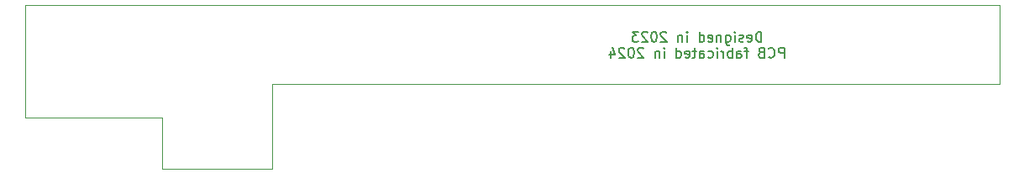
<source format=gbr>
%TF.GenerationSoftware,KiCad,Pcbnew,(6.0.8-1)-1*%
%TF.CreationDate,2023-12-09T20:57:06-06:00*%
%TF.ProjectId,RIO to STEMMA Dual,52494f20-746f-4205-9354-454d4d412044,rev?*%
%TF.SameCoordinates,Original*%
%TF.FileFunction,Profile,NP*%
%FSLAX46Y46*%
G04 Gerber Fmt 4.6, Leading zero omitted, Abs format (unit mm)*
G04 Created by KiCad (PCBNEW (6.0.8-1)-1) date 2023-12-09 20:57:06*
%MOMM*%
%LPD*%
G01*
G04 APERTURE LIST*
%ADD10C,0.150000*%
%TA.AperFunction,Profile*%
%ADD11C,0.100000*%
%TD*%
G04 APERTURE END LIST*
D10*
X144474390Y-54028780D02*
X144474390Y-53028780D01*
X144236295Y-53028780D01*
X144093438Y-53076400D01*
X143998200Y-53171638D01*
X143950580Y-53266876D01*
X143902961Y-53457352D01*
X143902961Y-53600209D01*
X143950580Y-53790685D01*
X143998200Y-53885923D01*
X144093438Y-53981161D01*
X144236295Y-54028780D01*
X144474390Y-54028780D01*
X143093438Y-53981161D02*
X143188676Y-54028780D01*
X143379152Y-54028780D01*
X143474390Y-53981161D01*
X143522009Y-53885923D01*
X143522009Y-53504971D01*
X143474390Y-53409733D01*
X143379152Y-53362114D01*
X143188676Y-53362114D01*
X143093438Y-53409733D01*
X143045819Y-53504971D01*
X143045819Y-53600209D01*
X143522009Y-53695447D01*
X142664866Y-53981161D02*
X142569628Y-54028780D01*
X142379152Y-54028780D01*
X142283914Y-53981161D01*
X142236295Y-53885923D01*
X142236295Y-53838304D01*
X142283914Y-53743066D01*
X142379152Y-53695447D01*
X142522009Y-53695447D01*
X142617247Y-53647828D01*
X142664866Y-53552590D01*
X142664866Y-53504971D01*
X142617247Y-53409733D01*
X142522009Y-53362114D01*
X142379152Y-53362114D01*
X142283914Y-53409733D01*
X141807723Y-54028780D02*
X141807723Y-53362114D01*
X141807723Y-53028780D02*
X141855342Y-53076400D01*
X141807723Y-53124019D01*
X141760104Y-53076400D01*
X141807723Y-53028780D01*
X141807723Y-53124019D01*
X140902961Y-53362114D02*
X140902961Y-54171638D01*
X140950580Y-54266876D01*
X140998200Y-54314495D01*
X141093438Y-54362114D01*
X141236295Y-54362114D01*
X141331533Y-54314495D01*
X140902961Y-53981161D02*
X140998200Y-54028780D01*
X141188676Y-54028780D01*
X141283914Y-53981161D01*
X141331533Y-53933542D01*
X141379152Y-53838304D01*
X141379152Y-53552590D01*
X141331533Y-53457352D01*
X141283914Y-53409733D01*
X141188676Y-53362114D01*
X140998200Y-53362114D01*
X140902961Y-53409733D01*
X140426771Y-53362114D02*
X140426771Y-54028780D01*
X140426771Y-53457352D02*
X140379152Y-53409733D01*
X140283914Y-53362114D01*
X140141057Y-53362114D01*
X140045819Y-53409733D01*
X139998200Y-53504971D01*
X139998200Y-54028780D01*
X139141057Y-53981161D02*
X139236295Y-54028780D01*
X139426771Y-54028780D01*
X139522009Y-53981161D01*
X139569628Y-53885923D01*
X139569628Y-53504971D01*
X139522009Y-53409733D01*
X139426771Y-53362114D01*
X139236295Y-53362114D01*
X139141057Y-53409733D01*
X139093438Y-53504971D01*
X139093438Y-53600209D01*
X139569628Y-53695447D01*
X138236295Y-54028780D02*
X138236295Y-53028780D01*
X138236295Y-53981161D02*
X138331533Y-54028780D01*
X138522009Y-54028780D01*
X138617247Y-53981161D01*
X138664866Y-53933542D01*
X138712485Y-53838304D01*
X138712485Y-53552590D01*
X138664866Y-53457352D01*
X138617247Y-53409733D01*
X138522009Y-53362114D01*
X138331533Y-53362114D01*
X138236295Y-53409733D01*
X136998200Y-54028780D02*
X136998200Y-53362114D01*
X136998200Y-53028780D02*
X137045819Y-53076400D01*
X136998200Y-53124019D01*
X136950580Y-53076400D01*
X136998200Y-53028780D01*
X136998200Y-53124019D01*
X136522009Y-53362114D02*
X136522009Y-54028780D01*
X136522009Y-53457352D02*
X136474390Y-53409733D01*
X136379152Y-53362114D01*
X136236295Y-53362114D01*
X136141057Y-53409733D01*
X136093438Y-53504971D01*
X136093438Y-54028780D01*
X134902961Y-53124019D02*
X134855342Y-53076400D01*
X134760104Y-53028780D01*
X134522009Y-53028780D01*
X134426771Y-53076400D01*
X134379152Y-53124019D01*
X134331533Y-53219257D01*
X134331533Y-53314495D01*
X134379152Y-53457352D01*
X134950580Y-54028780D01*
X134331533Y-54028780D01*
X133712485Y-53028780D02*
X133617247Y-53028780D01*
X133522009Y-53076400D01*
X133474390Y-53124019D01*
X133426771Y-53219257D01*
X133379152Y-53409733D01*
X133379152Y-53647828D01*
X133426771Y-53838304D01*
X133474390Y-53933542D01*
X133522009Y-53981161D01*
X133617247Y-54028780D01*
X133712485Y-54028780D01*
X133807723Y-53981161D01*
X133855342Y-53933542D01*
X133902961Y-53838304D01*
X133950580Y-53647828D01*
X133950580Y-53409733D01*
X133902961Y-53219257D01*
X133855342Y-53124019D01*
X133807723Y-53076400D01*
X133712485Y-53028780D01*
X132998200Y-53124019D02*
X132950580Y-53076400D01*
X132855342Y-53028780D01*
X132617247Y-53028780D01*
X132522009Y-53076400D01*
X132474390Y-53124019D01*
X132426771Y-53219257D01*
X132426771Y-53314495D01*
X132474390Y-53457352D01*
X133045819Y-54028780D01*
X132426771Y-54028780D01*
X132093438Y-53028780D02*
X131474390Y-53028780D01*
X131807723Y-53409733D01*
X131664866Y-53409733D01*
X131569628Y-53457352D01*
X131522009Y-53504971D01*
X131474390Y-53600209D01*
X131474390Y-53838304D01*
X131522009Y-53933542D01*
X131569628Y-53981161D01*
X131664866Y-54028780D01*
X131950580Y-54028780D01*
X132045819Y-53981161D01*
X132093438Y-53933542D01*
X146783914Y-55638780D02*
X146783914Y-54638780D01*
X146402961Y-54638780D01*
X146307723Y-54686400D01*
X146260104Y-54734019D01*
X146212485Y-54829257D01*
X146212485Y-54972114D01*
X146260104Y-55067352D01*
X146307723Y-55114971D01*
X146402961Y-55162590D01*
X146783914Y-55162590D01*
X145212485Y-55543542D02*
X145260104Y-55591161D01*
X145402961Y-55638780D01*
X145498200Y-55638780D01*
X145641057Y-55591161D01*
X145736295Y-55495923D01*
X145783914Y-55400685D01*
X145831533Y-55210209D01*
X145831533Y-55067352D01*
X145783914Y-54876876D01*
X145736295Y-54781638D01*
X145641057Y-54686400D01*
X145498200Y-54638780D01*
X145402961Y-54638780D01*
X145260104Y-54686400D01*
X145212485Y-54734019D01*
X144450580Y-55114971D02*
X144307723Y-55162590D01*
X144260104Y-55210209D01*
X144212485Y-55305447D01*
X144212485Y-55448304D01*
X144260104Y-55543542D01*
X144307723Y-55591161D01*
X144402961Y-55638780D01*
X144783914Y-55638780D01*
X144783914Y-54638780D01*
X144450580Y-54638780D01*
X144355342Y-54686400D01*
X144307723Y-54734019D01*
X144260104Y-54829257D01*
X144260104Y-54924495D01*
X144307723Y-55019733D01*
X144355342Y-55067352D01*
X144450580Y-55114971D01*
X144783914Y-55114971D01*
X143164866Y-54972114D02*
X142783914Y-54972114D01*
X143022009Y-55638780D02*
X143022009Y-54781638D01*
X142974390Y-54686400D01*
X142879152Y-54638780D01*
X142783914Y-54638780D01*
X142022009Y-55638780D02*
X142022009Y-55114971D01*
X142069628Y-55019733D01*
X142164866Y-54972114D01*
X142355342Y-54972114D01*
X142450580Y-55019733D01*
X142022009Y-55591161D02*
X142117247Y-55638780D01*
X142355342Y-55638780D01*
X142450580Y-55591161D01*
X142498200Y-55495923D01*
X142498200Y-55400685D01*
X142450580Y-55305447D01*
X142355342Y-55257828D01*
X142117247Y-55257828D01*
X142022009Y-55210209D01*
X141545819Y-55638780D02*
X141545819Y-54638780D01*
X141545819Y-55019733D02*
X141450580Y-54972114D01*
X141260104Y-54972114D01*
X141164866Y-55019733D01*
X141117247Y-55067352D01*
X141069628Y-55162590D01*
X141069628Y-55448304D01*
X141117247Y-55543542D01*
X141164866Y-55591161D01*
X141260104Y-55638780D01*
X141450580Y-55638780D01*
X141545819Y-55591161D01*
X140641057Y-55638780D02*
X140641057Y-54972114D01*
X140641057Y-55162590D02*
X140593438Y-55067352D01*
X140545819Y-55019733D01*
X140450580Y-54972114D01*
X140355342Y-54972114D01*
X140022009Y-55638780D02*
X140022009Y-54972114D01*
X140022009Y-54638780D02*
X140069628Y-54686400D01*
X140022009Y-54734019D01*
X139974390Y-54686400D01*
X140022009Y-54638780D01*
X140022009Y-54734019D01*
X139117247Y-55591161D02*
X139212485Y-55638780D01*
X139402961Y-55638780D01*
X139498200Y-55591161D01*
X139545819Y-55543542D01*
X139593438Y-55448304D01*
X139593438Y-55162590D01*
X139545819Y-55067352D01*
X139498200Y-55019733D01*
X139402961Y-54972114D01*
X139212485Y-54972114D01*
X139117247Y-55019733D01*
X138260104Y-55638780D02*
X138260104Y-55114971D01*
X138307723Y-55019733D01*
X138402961Y-54972114D01*
X138593438Y-54972114D01*
X138688676Y-55019733D01*
X138260104Y-55591161D02*
X138355342Y-55638780D01*
X138593438Y-55638780D01*
X138688676Y-55591161D01*
X138736295Y-55495923D01*
X138736295Y-55400685D01*
X138688676Y-55305447D01*
X138593438Y-55257828D01*
X138355342Y-55257828D01*
X138260104Y-55210209D01*
X137926771Y-54972114D02*
X137545819Y-54972114D01*
X137783914Y-54638780D02*
X137783914Y-55495923D01*
X137736295Y-55591161D01*
X137641057Y-55638780D01*
X137545819Y-55638780D01*
X136831533Y-55591161D02*
X136926771Y-55638780D01*
X137117247Y-55638780D01*
X137212485Y-55591161D01*
X137260104Y-55495923D01*
X137260104Y-55114971D01*
X137212485Y-55019733D01*
X137117247Y-54972114D01*
X136926771Y-54972114D01*
X136831533Y-55019733D01*
X136783914Y-55114971D01*
X136783914Y-55210209D01*
X137260104Y-55305447D01*
X135926771Y-55638780D02*
X135926771Y-54638780D01*
X135926771Y-55591161D02*
X136022009Y-55638780D01*
X136212485Y-55638780D01*
X136307723Y-55591161D01*
X136355342Y-55543542D01*
X136402961Y-55448304D01*
X136402961Y-55162590D01*
X136355342Y-55067352D01*
X136307723Y-55019733D01*
X136212485Y-54972114D01*
X136022009Y-54972114D01*
X135926771Y-55019733D01*
X134688676Y-55638780D02*
X134688676Y-54972114D01*
X134688676Y-54638780D02*
X134736295Y-54686400D01*
X134688676Y-54734019D01*
X134641057Y-54686400D01*
X134688676Y-54638780D01*
X134688676Y-54734019D01*
X134212485Y-54972114D02*
X134212485Y-55638780D01*
X134212485Y-55067352D02*
X134164866Y-55019733D01*
X134069628Y-54972114D01*
X133926771Y-54972114D01*
X133831533Y-55019733D01*
X133783914Y-55114971D01*
X133783914Y-55638780D01*
X132593438Y-54734019D02*
X132545819Y-54686400D01*
X132450580Y-54638780D01*
X132212485Y-54638780D01*
X132117247Y-54686400D01*
X132069628Y-54734019D01*
X132022009Y-54829257D01*
X132022009Y-54924495D01*
X132069628Y-55067352D01*
X132641057Y-55638780D01*
X132022009Y-55638780D01*
X131402961Y-54638780D02*
X131307723Y-54638780D01*
X131212485Y-54686400D01*
X131164866Y-54734019D01*
X131117247Y-54829257D01*
X131069628Y-55019733D01*
X131069628Y-55257828D01*
X131117247Y-55448304D01*
X131164866Y-55543542D01*
X131212485Y-55591161D01*
X131307723Y-55638780D01*
X131402961Y-55638780D01*
X131498200Y-55591161D01*
X131545819Y-55543542D01*
X131593438Y-55448304D01*
X131641057Y-55257828D01*
X131641057Y-55019733D01*
X131593438Y-54829257D01*
X131545819Y-54734019D01*
X131498200Y-54686400D01*
X131402961Y-54638780D01*
X130688676Y-54734019D02*
X130641057Y-54686400D01*
X130545819Y-54638780D01*
X130307723Y-54638780D01*
X130212485Y-54686400D01*
X130164866Y-54734019D01*
X130117247Y-54829257D01*
X130117247Y-54924495D01*
X130164866Y-55067352D01*
X130736295Y-55638780D01*
X130117247Y-55638780D01*
X129260104Y-54972114D02*
X129260104Y-55638780D01*
X129498200Y-54591161D02*
X129736295Y-55305447D01*
X129117247Y-55305447D01*
D11*
X95148400Y-66802000D02*
X84124800Y-66802000D01*
X84124800Y-61696600D02*
X70253200Y-61696600D01*
X84124800Y-66802000D02*
X84124800Y-61696600D01*
X70253200Y-61696600D02*
X70253200Y-50302000D01*
X70253200Y-50302000D02*
X168481500Y-50302000D01*
X95148400Y-58302000D02*
X95148400Y-66802000D01*
X168481500Y-58302000D02*
X95148400Y-58302000D01*
X168481500Y-50302000D02*
X168481500Y-58302000D01*
M02*

</source>
